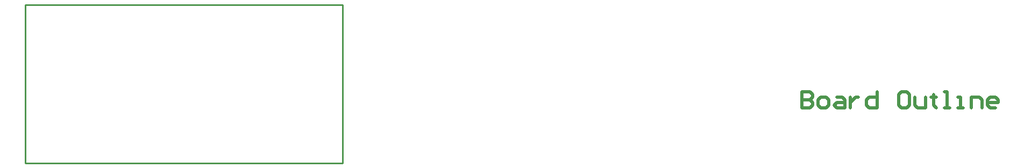
<source format=gm1>
G04 Layer_Color=16711935*
%FSLAX25Y25*%
%MOIN*%
G70*
G01*
G75*
%ADD17C,0.02000*%
%ADD26C,0.01000*%
D17*
X875000Y437997D02*
Y428000D01*
X879998D01*
X881664Y429666D01*
Y431332D01*
X879998Y432998D01*
X875000D01*
X879998D01*
X881664Y434664D01*
Y436331D01*
X879998Y437997D01*
X875000D01*
X886663Y428000D02*
X889995D01*
X891661Y429666D01*
Y432998D01*
X889995Y434664D01*
X886663D01*
X884997Y432998D01*
Y429666D01*
X886663Y428000D01*
X896660Y434664D02*
X899992D01*
X901658Y432998D01*
Y428000D01*
X896660D01*
X894993Y429666D01*
X896660Y431332D01*
X901658D01*
X904990Y434664D02*
Y428000D01*
Y431332D01*
X906656Y432998D01*
X908323Y434664D01*
X909989D01*
X921652Y437997D02*
Y428000D01*
X916653D01*
X914987Y429666D01*
Y432998D01*
X916653Y434664D01*
X921652D01*
X939979Y437997D02*
X936647D01*
X934981Y436331D01*
Y429666D01*
X936647Y428000D01*
X939979D01*
X941645Y429666D01*
Y436331D01*
X939979Y437997D01*
X944977Y434664D02*
Y429666D01*
X946644Y428000D01*
X951642D01*
Y434664D01*
X956640Y436331D02*
Y434664D01*
X954974D01*
X958306D01*
X956640D01*
Y429666D01*
X958306Y428000D01*
X963305D02*
X966637D01*
X964971D01*
Y437997D01*
X963305D01*
X971635Y428000D02*
X974968D01*
X973302D01*
Y434664D01*
X971635D01*
X979966Y428000D02*
Y434664D01*
X984964D01*
X986631Y432998D01*
Y428000D01*
X994961D02*
X991629D01*
X989963Y429666D01*
Y432998D01*
X991629Y434664D01*
X994961D01*
X996627Y432998D01*
Y431332D01*
X989963D01*
D26*
X393701Y393701D02*
Y492126D01*
X590551D01*
Y393701D02*
Y492126D01*
X393701Y393701D02*
X590551D01*
M02*

</source>
